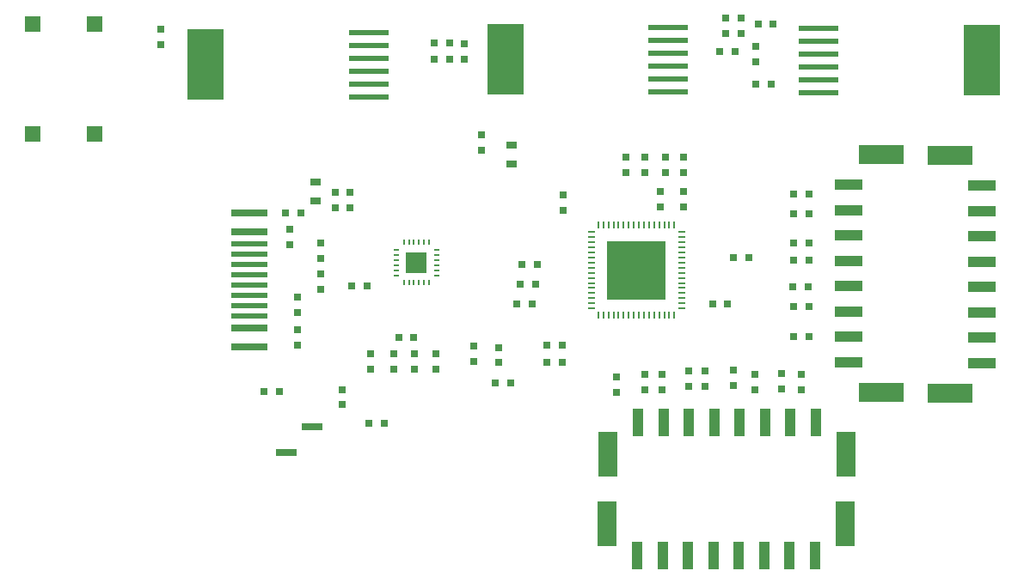
<source format=gtp>
G04 (created by PCBNEW (2013-08-24 BZR 4298)-stable) date Mon 23 Jun 2014 07:33:22 PM PDT*
%MOIN*%
G04 Gerber Fmt 3.4, Leading zero omitted, Abs format*
%FSLAX34Y34*%
G01*
G70*
G90*
G04 APERTURE LIST*
%ADD10C,0.005906*%
%ADD11R,0.028320X0.031520*%
%ADD12R,0.031520X0.028320*%
%ADD13R,0.007874X0.026772*%
%ADD14R,0.026772X0.007874*%
%ADD15R,0.225197X0.225197*%
%ADD16R,0.062960X0.062960*%
%ADD17R,0.144882X0.025512*%
%ADD18R,0.144882X0.019213*%
%ADD19R,0.078720X0.078720*%
%ADD20O,0.007840X0.025200*%
%ADD21O,0.025200X0.007840*%
%ADD22R,0.044000X0.028000*%
%ADD23R,0.107087X0.044094*%
%ADD24R,0.176378X0.072441*%
%ADD25R,0.044094X0.107087*%
%ADD26R,0.072441X0.176378*%
%ADD27R,0.080000X0.031200*%
%ADD28R,0.157480X0.023937*%
%ADD29R,0.141732X0.277165*%
%ADD30R,0.031496X0.025197*%
G04 APERTURE END LIST*
G54D10*
G54D11*
X61987Y-26299D03*
X62579Y-26299D03*
G54D12*
X51850Y-26711D03*
X51850Y-27303D03*
X63149Y-27421D03*
X63149Y-26829D03*
G54D11*
X61987Y-25708D03*
X62579Y-25708D03*
X51280Y-26692D03*
X50688Y-26692D03*
X63168Y-28267D03*
X63760Y-28267D03*
X61751Y-27007D03*
X62343Y-27007D03*
X50688Y-27322D03*
X51280Y-27322D03*
X63839Y-25944D03*
X63247Y-25944D03*
G54D12*
X58858Y-39546D03*
X58858Y-40138D03*
G54D11*
X64625Y-38070D03*
X65217Y-38070D03*
G54D12*
X59527Y-39546D03*
X59527Y-40138D03*
G54D11*
X64625Y-36929D03*
X65217Y-36929D03*
G54D12*
X60551Y-39428D03*
X60551Y-40020D03*
G54D11*
X64585Y-36141D03*
X65177Y-36141D03*
G54D12*
X61181Y-39428D03*
X61181Y-40020D03*
G54D11*
X64625Y-35118D03*
X65217Y-35118D03*
G54D12*
X62283Y-39389D03*
X62283Y-39981D03*
G54D11*
X64625Y-34448D03*
X65217Y-34448D03*
G54D12*
X63110Y-39546D03*
X63110Y-40138D03*
G54D13*
X59807Y-37259D03*
X60003Y-37259D03*
X58625Y-37259D03*
X58822Y-37259D03*
X59216Y-37259D03*
X59019Y-37259D03*
X59610Y-37259D03*
X59413Y-37259D03*
X57838Y-37259D03*
X58035Y-37259D03*
X58429Y-37259D03*
X58232Y-37259D03*
X57444Y-37259D03*
X57641Y-37259D03*
X57248Y-37259D03*
X57051Y-37259D03*
G54D14*
X56775Y-36984D03*
X56775Y-36787D03*
X56775Y-36393D03*
X56775Y-36590D03*
X56775Y-35803D03*
X56775Y-35606D03*
X56775Y-36000D03*
X56775Y-36196D03*
X56775Y-34622D03*
X56775Y-34425D03*
X56775Y-35015D03*
X56775Y-34818D03*
X56775Y-35212D03*
X56775Y-35409D03*
X56775Y-34031D03*
X56775Y-34228D03*
G54D13*
X57051Y-33755D03*
X57248Y-33755D03*
X57641Y-33755D03*
X57444Y-33755D03*
X58232Y-33755D03*
X58429Y-33755D03*
X58035Y-33755D03*
X57838Y-33755D03*
X59413Y-33755D03*
X59610Y-33755D03*
X59019Y-33755D03*
X59216Y-33755D03*
X58822Y-33755D03*
X58625Y-33755D03*
X60003Y-33755D03*
X59807Y-33755D03*
G54D14*
X60279Y-34228D03*
X60279Y-34031D03*
X60279Y-35409D03*
X60279Y-35212D03*
X60279Y-34818D03*
X60279Y-35007D03*
X60279Y-34425D03*
X60279Y-34622D03*
X60279Y-36196D03*
X60279Y-36000D03*
X60279Y-35606D03*
X60279Y-35803D03*
X60279Y-36590D03*
X60279Y-36393D03*
X60279Y-36787D03*
X60279Y-36984D03*
G54D15*
X58527Y-35507D03*
G54D11*
X64625Y-33307D03*
X65217Y-33307D03*
G54D12*
X64173Y-39507D03*
X64173Y-40099D03*
G54D11*
X64625Y-32559D03*
X65217Y-32559D03*
G54D12*
X64921Y-39546D03*
X64921Y-40138D03*
G54D16*
X35118Y-25940D03*
X37520Y-25940D03*
X35118Y-30202D03*
X37520Y-30202D03*
G54D12*
X52519Y-30255D03*
X52519Y-30847D03*
X46850Y-32483D03*
X46850Y-33075D03*
X52216Y-39040D03*
X52216Y-38448D03*
G54D17*
X43523Y-33291D03*
X43523Y-34015D03*
G54D18*
X43523Y-34488D03*
X43523Y-34889D03*
X43523Y-35692D03*
X43523Y-37291D03*
X43523Y-36488D03*
G54D17*
X43523Y-38488D03*
X43523Y-37763D03*
G54D18*
X43523Y-36090D03*
X43523Y-36889D03*
X43523Y-35291D03*
G54D19*
X50003Y-35208D03*
G54D20*
X49511Y-35995D03*
X49708Y-35995D03*
X49905Y-35995D03*
X50101Y-35995D03*
X50298Y-35995D03*
X50495Y-35995D03*
G54D21*
X50790Y-35700D03*
X50790Y-35503D03*
X50790Y-35306D03*
X50790Y-35110D03*
X50790Y-34913D03*
X50790Y-34716D03*
G54D20*
X50495Y-34421D03*
X50298Y-34421D03*
X50101Y-34421D03*
X49905Y-34421D03*
X49708Y-34421D03*
X49511Y-34421D03*
G54D21*
X49216Y-34716D03*
X49216Y-34913D03*
X49216Y-35110D03*
X49216Y-35306D03*
X49216Y-35503D03*
X49216Y-35700D03*
G54D11*
X47491Y-36114D03*
X48083Y-36114D03*
G54D22*
X46094Y-32077D03*
X46094Y-32827D03*
G54D12*
X53188Y-39095D03*
X53188Y-38503D03*
X50748Y-39351D03*
X50748Y-38759D03*
X48228Y-39351D03*
X48228Y-38759D03*
X47125Y-40137D03*
X47125Y-40729D03*
X47409Y-32491D03*
X47409Y-33083D03*
X57755Y-39664D03*
X57755Y-40256D03*
X40098Y-26752D03*
X40098Y-26160D03*
G54D11*
X62067Y-36811D03*
X61475Y-36811D03*
G54D12*
X55704Y-32589D03*
X55704Y-33181D03*
G54D11*
X62894Y-35000D03*
X62302Y-35000D03*
G54D12*
X60354Y-32459D03*
X60354Y-33051D03*
X58110Y-31121D03*
X58110Y-31713D03*
X60354Y-31713D03*
X60354Y-31121D03*
X59448Y-32459D03*
X59448Y-33051D03*
G54D11*
X55666Y-38421D03*
X55074Y-38421D03*
X55650Y-39094D03*
X55058Y-39094D03*
X53642Y-39881D03*
X53050Y-39881D03*
X49310Y-38129D03*
X49902Y-38129D03*
X54685Y-35295D03*
X54093Y-35295D03*
X54626Y-36043D03*
X54034Y-36043D03*
X54492Y-36822D03*
X53900Y-36822D03*
G54D12*
X46283Y-35051D03*
X46283Y-34459D03*
X46291Y-35664D03*
X46291Y-36256D03*
X45385Y-37134D03*
X45385Y-36542D03*
X45405Y-37822D03*
X45405Y-38414D03*
G54D11*
X44693Y-40208D03*
X44101Y-40208D03*
X48168Y-41456D03*
X48760Y-41456D03*
X45516Y-33295D03*
X44924Y-33295D03*
G54D12*
X45106Y-34512D03*
X45106Y-33920D03*
G54D22*
X53700Y-31398D03*
X53700Y-30648D03*
G54D23*
X71929Y-39114D03*
X71929Y-38129D03*
X71929Y-37145D03*
X71929Y-32224D03*
X71929Y-34192D03*
X71929Y-33208D03*
G54D24*
X70688Y-40275D03*
G54D23*
X71929Y-35177D03*
X71929Y-36161D03*
G54D24*
X70688Y-31062D03*
G54D25*
X58562Y-46574D03*
X59547Y-46574D03*
X60531Y-46574D03*
X65452Y-46574D03*
X63484Y-46574D03*
X64468Y-46574D03*
G54D26*
X57401Y-45334D03*
G54D25*
X62500Y-46574D03*
X61515Y-46574D03*
G54D26*
X66614Y-45334D03*
G54D23*
X66771Y-32185D03*
X66771Y-33169D03*
X66771Y-34153D03*
X66771Y-39074D03*
X66771Y-37106D03*
X66771Y-38090D03*
G54D24*
X68011Y-31023D03*
G54D23*
X66771Y-36122D03*
X66771Y-35137D03*
G54D24*
X68011Y-40236D03*
G54D25*
X65492Y-41417D03*
X64507Y-41417D03*
X63523Y-41417D03*
X58602Y-41417D03*
X60570Y-41417D03*
X59586Y-41417D03*
G54D26*
X66653Y-42657D03*
G54D25*
X61555Y-41417D03*
X62539Y-41417D03*
G54D26*
X57440Y-42657D03*
G54D27*
X45972Y-41586D03*
X44972Y-42586D03*
G54D28*
X65590Y-26112D03*
X65590Y-27112D03*
X65590Y-28112D03*
X65590Y-27612D03*
X65590Y-28612D03*
X65590Y-26612D03*
G54D29*
X71909Y-27362D03*
G54D28*
X59763Y-28572D03*
X59763Y-27572D03*
X59763Y-26572D03*
X59763Y-27072D03*
X59763Y-26072D03*
X59763Y-28072D03*
G54D29*
X53444Y-27322D03*
G54D28*
X48149Y-28769D03*
X48149Y-27769D03*
X48149Y-26769D03*
X48149Y-27269D03*
X48149Y-26269D03*
X48149Y-28269D03*
G54D29*
X41830Y-27519D03*
G54D30*
X49921Y-38759D03*
X49133Y-38759D03*
X49921Y-39350D03*
X49133Y-39350D03*
X58858Y-31712D03*
X59645Y-31712D03*
X58858Y-31122D03*
X59645Y-31122D03*
M02*

</source>
